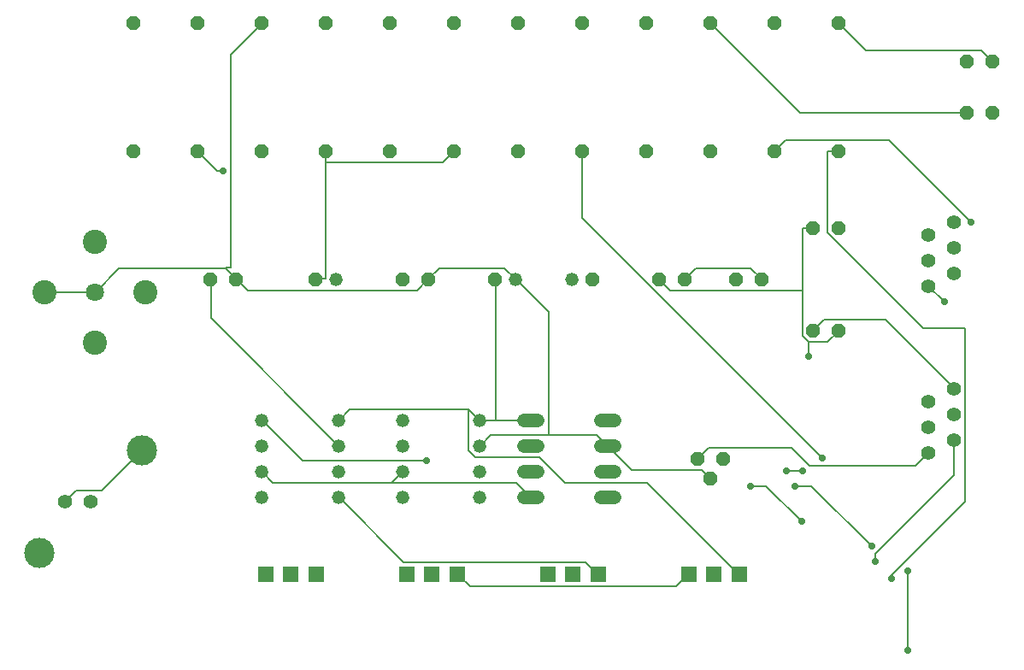
<source format=gbl>
G75*
G70*
%OFA0B0*%
%FSLAX24Y24*%
%IPPOS*%
%LPD*%
%AMOC8*
5,1,8,0,0,1.08239X$1,22.5*
%
%ADD10OC8,0.0520*%
%ADD11C,0.0520*%
%ADD12C,0.0520*%
%ADD13C,0.0554*%
%ADD14C,0.0709*%
%ADD15C,0.0945*%
%ADD16R,0.0594X0.0594*%
%ADD17C,0.1181*%
%ADD18C,0.0080*%
%ADD19C,0.0278*%
D10*
X009600Y017600D03*
X010600Y017600D03*
X013700Y017600D03*
X017100Y017600D03*
X018100Y017600D03*
X020700Y017600D03*
X024500Y017600D03*
X027100Y017600D03*
X028100Y017600D03*
X030100Y017600D03*
X031100Y017600D03*
X033100Y015600D03*
X034100Y015600D03*
X034100Y019600D03*
X033100Y019600D03*
X034100Y022600D03*
X031600Y022600D03*
X029100Y022600D03*
X026600Y022600D03*
X024100Y022600D03*
X021600Y022600D03*
X019100Y022600D03*
X016600Y022600D03*
X014100Y022600D03*
X011600Y022600D03*
X009100Y022600D03*
X006600Y022600D03*
X006600Y027600D03*
X009100Y027600D03*
X011600Y027600D03*
X014100Y027600D03*
X016600Y027600D03*
X019100Y027600D03*
X021600Y027600D03*
X024100Y027600D03*
X026600Y027600D03*
X029100Y027600D03*
X031600Y027600D03*
X034100Y027600D03*
X039100Y026100D03*
X040100Y026100D03*
X040100Y024100D03*
X039100Y024100D03*
X029600Y010600D03*
X029100Y009850D03*
X028600Y010600D03*
D11*
X020100Y010100D03*
X020100Y009100D03*
X020100Y011100D03*
X020100Y012100D03*
X017100Y012100D03*
X017100Y011100D03*
X017100Y010100D03*
X017100Y009100D03*
X014600Y009100D03*
X014600Y010100D03*
X014600Y011100D03*
X014600Y012100D03*
X011600Y012100D03*
X011600Y011100D03*
X011600Y010100D03*
X011600Y009100D03*
X014500Y017600D03*
X021500Y017600D03*
X023700Y017600D03*
D12*
X024840Y012100D02*
X025360Y012100D01*
X025360Y011100D02*
X024840Y011100D01*
X024840Y010100D02*
X025360Y010100D01*
X025360Y009100D02*
X024840Y009100D01*
X022360Y009100D02*
X021840Y009100D01*
X021840Y010100D02*
X022360Y010100D01*
X022360Y011100D02*
X021840Y011100D01*
X021840Y012100D02*
X022360Y012100D01*
D13*
X037600Y011850D03*
X038600Y011350D03*
X037600Y010850D03*
X038600Y012350D03*
X037600Y012850D03*
X038600Y013350D03*
X037600Y017350D03*
X038600Y017850D03*
X037600Y018350D03*
X038600Y018850D03*
X037600Y019350D03*
X038600Y019850D03*
X004935Y008935D03*
X003935Y008935D03*
D14*
X005100Y017100D03*
D15*
X003131Y017100D03*
X005100Y015131D03*
X007069Y017100D03*
X005100Y019069D03*
D16*
X011746Y006100D03*
X012730Y006100D03*
X013714Y006100D03*
X017246Y006100D03*
X018230Y006100D03*
X019214Y006100D03*
X022746Y006100D03*
X023730Y006100D03*
X024714Y006100D03*
X028246Y006100D03*
X029230Y006100D03*
X030214Y006100D03*
D17*
X002935Y006935D03*
X006935Y010935D03*
D18*
X006910Y010930D01*
X005350Y009370D01*
X004360Y009370D01*
X003940Y008950D01*
X003935Y008935D01*
X011600Y010100D02*
X011620Y010090D01*
X012040Y009670D01*
X016660Y009670D01*
X016690Y009670D01*
X021520Y009670D01*
X022090Y009100D01*
X022100Y009100D01*
X023410Y009670D02*
X022420Y010660D01*
X019930Y010660D01*
X019660Y010930D01*
X019660Y012490D01*
X019660Y012520D01*
X020080Y012100D01*
X020100Y012100D01*
X020110Y012100D01*
X020710Y012100D01*
X020710Y012130D01*
X020710Y017590D01*
X020700Y017600D01*
X021070Y018040D02*
X021490Y017620D01*
X021500Y017600D01*
X021520Y017590D01*
X022780Y016330D01*
X022780Y011560D01*
X022780Y011530D01*
X020530Y011530D01*
X020110Y011110D01*
X020100Y011100D01*
X020710Y012100D02*
X022090Y012100D01*
X022100Y012100D01*
X022780Y011530D02*
X024670Y011530D01*
X025090Y011110D01*
X025100Y011100D01*
X025120Y011080D01*
X026020Y010180D01*
X028750Y010180D01*
X029080Y009850D01*
X029100Y009850D01*
X028600Y010600D02*
X029020Y011020D01*
X032260Y011020D01*
X032950Y010330D01*
X037090Y010330D01*
X037600Y010840D01*
X037600Y010850D01*
X038590Y011350D02*
X038600Y011350D01*
X038590Y011350D02*
X038590Y009970D01*
X035530Y006910D01*
X035530Y006610D01*
X035380Y007210D02*
X033040Y009550D01*
X032380Y009550D01*
X032680Y010150D02*
X032050Y010150D01*
X031270Y009550D02*
X030670Y009550D01*
X031270Y009550D02*
X032650Y008170D01*
X030214Y006100D02*
X030190Y006100D01*
X026620Y009670D01*
X023410Y009670D01*
X024220Y006580D02*
X024700Y006100D01*
X024714Y006100D01*
X024220Y006580D02*
X017140Y006580D01*
X014620Y009100D01*
X014600Y009100D01*
X013180Y010540D02*
X018040Y010540D01*
X017100Y010100D02*
X017080Y010090D01*
X016660Y009670D01*
X014600Y011100D02*
X014590Y011110D01*
X009610Y016090D01*
X009610Y017590D01*
X009600Y017600D01*
X010180Y018040D02*
X010180Y018070D01*
X010390Y018070D01*
X010390Y026380D01*
X011590Y027580D01*
X011600Y027600D01*
X014080Y022600D02*
X014100Y022600D01*
X014080Y022600D02*
X014080Y022180D01*
X014110Y022180D01*
X018670Y022180D01*
X019090Y022600D01*
X019100Y022600D01*
X024100Y022600D02*
X024100Y019990D01*
X033460Y010630D01*
X032920Y014590D02*
X032920Y015130D01*
X032920Y015160D01*
X032680Y015400D01*
X032680Y017170D01*
X032650Y017170D01*
X027520Y017170D01*
X027100Y017590D01*
X027100Y017600D01*
X028100Y017600D02*
X028120Y017620D01*
X028540Y018040D01*
X030670Y018040D01*
X031090Y017620D01*
X031100Y017600D01*
X032680Y017170D02*
X032680Y019600D01*
X033100Y019600D01*
X033670Y019420D02*
X033670Y022600D01*
X034090Y022600D01*
X034100Y022600D01*
X036070Y023020D02*
X032020Y023020D01*
X031600Y022600D01*
X032590Y024100D02*
X039100Y024100D01*
X040100Y026100D02*
X040090Y026110D01*
X039670Y026530D01*
X035170Y026530D01*
X034120Y027580D01*
X034100Y027600D01*
X032590Y024100D02*
X029110Y027580D01*
X029100Y027600D01*
X036070Y023020D02*
X039250Y019840D01*
X037600Y017350D02*
X038230Y016720D01*
X039040Y015700D02*
X037390Y015700D01*
X033670Y019420D01*
X033520Y016030D02*
X033100Y015610D01*
X033100Y015600D01*
X032920Y015160D02*
X033670Y015160D01*
X034090Y015580D01*
X034100Y015600D01*
X033520Y016030D02*
X035920Y016030D01*
X038590Y013360D01*
X038600Y013350D01*
X039040Y015700D02*
X039040Y008950D01*
X036160Y006070D01*
X036160Y005950D01*
X036790Y006250D02*
X036790Y003130D01*
X028246Y006100D02*
X028240Y006100D01*
X027760Y005620D01*
X019720Y005620D01*
X019240Y006100D01*
X019214Y006100D01*
X013180Y010540D02*
X011620Y012100D01*
X011600Y012100D01*
X014600Y012100D02*
X014620Y012100D01*
X015040Y012520D01*
X019660Y012520D01*
X017650Y017170D02*
X011050Y017170D01*
X010630Y017590D01*
X010600Y017600D01*
X010600Y017620D01*
X010180Y018040D01*
X006040Y018040D01*
X005110Y017110D01*
X005100Y017100D01*
X005080Y017110D01*
X003160Y017110D01*
X003131Y017100D01*
X009100Y022600D02*
X009850Y021850D01*
X010090Y021850D01*
X014080Y022180D02*
X014080Y017620D01*
X013720Y017620D01*
X013700Y017600D01*
X017650Y017170D02*
X018070Y017590D01*
X018100Y017600D01*
X018100Y017620D01*
X018520Y018040D01*
X021070Y018040D01*
D19*
X018040Y010540D03*
X030670Y009550D03*
X032050Y010150D03*
X032680Y010150D03*
X033460Y010630D03*
X032380Y009550D03*
X032650Y008170D03*
X035380Y007210D03*
X035530Y006610D03*
X036160Y005950D03*
X036790Y006250D03*
X036790Y003130D03*
X032920Y014590D03*
X038230Y016720D03*
X039250Y019840D03*
X010090Y021850D03*
M02*

</source>
